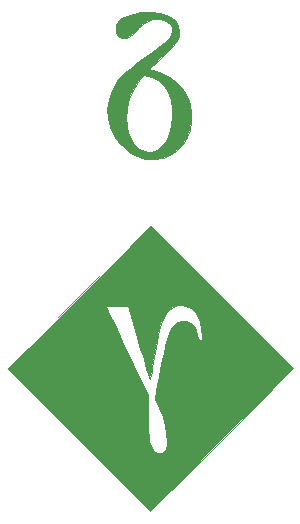
<source format=gbo>
G04 #@! TF.GenerationSoftware,KiCad,Pcbnew,(5.1.9)-1*
G04 #@! TF.CreationDate,2021-03-26T23:35:01-07:00*
G04 #@! TF.ProjectId,mole-diamond-keychain-alt,6d6f6c65-2d64-4696-916d-6f6e642d6b65,A*
G04 #@! TF.SameCoordinates,Original*
G04 #@! TF.FileFunction,Legend,Bot*
G04 #@! TF.FilePolarity,Positive*
%FSLAX46Y46*%
G04 Gerber Fmt 4.6, Leading zero omitted, Abs format (unit mm)*
G04 Created by KiCad (PCBNEW (5.1.9)-1) date 2021-03-26 23:35:01*
%MOMM*%
%LPD*%
G01*
G04 APERTURE LIST*
%ADD10C,0.010000*%
%ADD11C,5.702000*%
G04 APERTURE END LIST*
D10*
G36*
X-6053455Y19388879D02*
G01*
X-12106825Y13335064D01*
X-6053159Y7281397D01*
X508Y1227731D01*
X6053879Y7281545D01*
X12107250Y13335360D01*
X9371281Y16071329D01*
X4360545Y16071329D01*
X4347615Y15837723D01*
X4296512Y15730045D01*
X4200826Y15705879D01*
X4094209Y15743782D01*
X4025243Y15882294D01*
X3981095Y16106058D01*
X3845955Y16635518D01*
X3622517Y17027695D01*
X3315361Y17278088D01*
X2929063Y17382190D01*
X2690243Y17376115D01*
X2374342Y17300237D01*
X2108618Y17138410D01*
X1879769Y16872540D01*
X1674493Y16484532D01*
X1479488Y15956292D01*
X1364060Y15572216D01*
X1260948Y15172056D01*
X1139062Y14640564D01*
X1005673Y14013726D01*
X868047Y13327530D01*
X733456Y12617961D01*
X609167Y11921006D01*
X527405Y11430212D01*
X418611Y10752879D01*
X747295Y9990879D01*
X1047182Y9229745D01*
X1249540Y8544652D01*
X1365694Y7881931D01*
X1406972Y7187914D01*
X1404736Y6875530D01*
X1332942Y6542619D01*
X1158838Y6301966D01*
X918068Y6168594D01*
X646277Y6157526D01*
X379109Y6283784D01*
X264992Y6395175D01*
X134733Y6564822D01*
X33469Y6742455D01*
X-42456Y6951562D01*
X-96703Y7215632D01*
X-132929Y7558152D01*
X-154794Y8002612D01*
X-165955Y8572500D01*
X-169800Y9186545D01*
X-175418Y11091545D01*
X-1601693Y14054879D01*
X-1936170Y14750359D01*
X-2262528Y15429977D01*
X-2569912Y16071057D01*
X-2847468Y16650919D01*
X-3084340Y17146886D01*
X-3269674Y17536281D01*
X-3392616Y17796425D01*
X-3394938Y17801379D01*
X-3761908Y18584545D01*
X-1858579Y18584545D01*
X-1022976Y15684712D01*
X-825858Y15003088D01*
X-639916Y14364748D01*
X-471181Y13790053D01*
X-325687Y13299363D01*
X-209467Y12913039D01*
X-128552Y12651443D01*
X-91574Y12541165D01*
X-55839Y12472362D01*
X-21832Y12471394D01*
X14851Y12555887D01*
X58616Y12743470D01*
X113867Y13051768D01*
X185008Y13498410D01*
X243490Y13882075D01*
X384178Y14748419D01*
X533862Y15550910D01*
X687708Y16268626D01*
X840882Y16880645D01*
X988551Y17366043D01*
X1125879Y17703899D01*
X1127023Y17706146D01*
X1342196Y18031478D01*
X1622447Y18324783D01*
X1919995Y18542337D01*
X2139598Y18632727D01*
X2345157Y18680342D01*
X2466287Y18711960D01*
X2653891Y18713327D01*
X2927301Y18656131D01*
X3221679Y18559133D01*
X3472182Y18441095D01*
X3528923Y18404500D01*
X3788180Y18133318D01*
X4014195Y17731143D01*
X4193722Y17235130D01*
X4313519Y16682433D01*
X4360343Y16110209D01*
X4360545Y16071329D01*
X9371281Y16071329D01*
X-84Y25442694D01*
X-6053455Y19388879D01*
G37*
X-6053455Y19388879D02*
X-12106825Y13335064D01*
X-6053159Y7281397D01*
X508Y1227731D01*
X6053879Y7281545D01*
X12107250Y13335360D01*
X9371281Y16071329D01*
X4360545Y16071329D01*
X4347615Y15837723D01*
X4296512Y15730045D01*
X4200826Y15705879D01*
X4094209Y15743782D01*
X4025243Y15882294D01*
X3981095Y16106058D01*
X3845955Y16635518D01*
X3622517Y17027695D01*
X3315361Y17278088D01*
X2929063Y17382190D01*
X2690243Y17376115D01*
X2374342Y17300237D01*
X2108618Y17138410D01*
X1879769Y16872540D01*
X1674493Y16484532D01*
X1479488Y15956292D01*
X1364060Y15572216D01*
X1260948Y15172056D01*
X1139062Y14640564D01*
X1005673Y14013726D01*
X868047Y13327530D01*
X733456Y12617961D01*
X609167Y11921006D01*
X527405Y11430212D01*
X418611Y10752879D01*
X747295Y9990879D01*
X1047182Y9229745D01*
X1249540Y8544652D01*
X1365694Y7881931D01*
X1406972Y7187914D01*
X1404736Y6875530D01*
X1332942Y6542619D01*
X1158838Y6301966D01*
X918068Y6168594D01*
X646277Y6157526D01*
X379109Y6283784D01*
X264992Y6395175D01*
X134733Y6564822D01*
X33469Y6742455D01*
X-42456Y6951562D01*
X-96703Y7215632D01*
X-132929Y7558152D01*
X-154794Y8002612D01*
X-165955Y8572500D01*
X-169800Y9186545D01*
X-175418Y11091545D01*
X-1601693Y14054879D01*
X-1936170Y14750359D01*
X-2262528Y15429977D01*
X-2569912Y16071057D01*
X-2847468Y16650919D01*
X-3084340Y17146886D01*
X-3269674Y17536281D01*
X-3392616Y17796425D01*
X-3394938Y17801379D01*
X-3761908Y18584545D01*
X-1858579Y18584545D01*
X-1022976Y15684712D01*
X-825858Y15003088D01*
X-639916Y14364748D01*
X-471181Y13790053D01*
X-325687Y13299363D01*
X-209467Y12913039D01*
X-128552Y12651443D01*
X-91574Y12541165D01*
X-55839Y12472362D01*
X-21832Y12471394D01*
X14851Y12555887D01*
X58616Y12743470D01*
X113867Y13051768D01*
X185008Y13498410D01*
X243490Y13882075D01*
X384178Y14748419D01*
X533862Y15550910D01*
X687708Y16268626D01*
X840882Y16880645D01*
X988551Y17366043D01*
X1125879Y17703899D01*
X1127023Y17706146D01*
X1342196Y18031478D01*
X1622447Y18324783D01*
X1919995Y18542337D01*
X2139598Y18632727D01*
X2345157Y18680342D01*
X2466287Y18711960D01*
X2653891Y18713327D01*
X2927301Y18656131D01*
X3221679Y18559133D01*
X3472182Y18441095D01*
X3528923Y18404500D01*
X3788180Y18133318D01*
X4014195Y17731143D01*
X4193722Y17235130D01*
X4313519Y16682433D01*
X4360343Y16110209D01*
X4360545Y16071329D01*
X9371281Y16071329D01*
X-84Y25442694D01*
X-6053455Y19388879D01*
G36*
X-566735Y43503568D02*
G01*
X-787912Y43478425D01*
X-1393267Y43361937D01*
X-1934981Y43187311D01*
X-2379100Y42968369D01*
X-2691670Y42718931D01*
X-2712660Y42694899D01*
X-2875559Y42401606D01*
X-2925361Y42078853D01*
X-2873907Y41765861D01*
X-2733036Y41501852D01*
X-2514590Y41326046D01*
X-2284070Y41275212D01*
X-2109192Y41291665D01*
X-1935653Y41352989D01*
X-1736405Y41477131D01*
X-1484400Y41682041D01*
X-1152588Y41985664D01*
X-1011505Y42119616D01*
X-584470Y42499079D01*
X-218062Y42751886D01*
X121269Y42892107D01*
X467074Y42933814D01*
X835722Y42894337D01*
X1299507Y42749554D01*
X1633296Y42523977D01*
X1828955Y42235923D01*
X1878352Y41903706D01*
X1773356Y41545642D01*
X1567298Y41246671D01*
X1419843Y41108279D01*
X1160493Y40894947D01*
X816656Y40628001D01*
X415745Y40328769D01*
X26307Y40047725D01*
X-686711Y39536583D01*
X-1274319Y39101550D01*
X-1753113Y38726498D01*
X-2139692Y38395301D01*
X-2450653Y38091832D01*
X-2702594Y37799964D01*
X-2912113Y37503571D01*
X-3095807Y37186525D01*
X-3260062Y36854626D01*
X-3523794Y36097337D01*
X-3630151Y35312964D01*
X-3583363Y34525002D01*
X-3387658Y33756946D01*
X-3047267Y33032288D01*
X-2566417Y32374525D01*
X-2426764Y32225334D01*
X-1796684Y31685547D01*
X-1128964Y31307989D01*
X-428720Y31094214D01*
X298933Y31045778D01*
X1048880Y31164236D01*
X1056493Y31166274D01*
X1712188Y31424580D01*
X2277755Y31811210D01*
X2745580Y32306618D01*
X3108048Y32891257D01*
X3357543Y33545583D01*
X3486451Y34250048D01*
X3486801Y34615167D01*
X1871398Y34615167D01*
X1790703Y33878746D01*
X1602796Y33188017D01*
X1513300Y32968748D01*
X1298506Y32589808D01*
X1020472Y32239607D01*
X716305Y31956265D01*
X423115Y31777905D01*
X322716Y31745675D01*
X119776Y31698798D01*
X212Y31668242D01*
X-182934Y31664963D01*
X-445901Y31713705D01*
X-713473Y31798392D01*
X-810484Y31841490D01*
X-994323Y31968395D01*
X-1218783Y32169256D01*
X-1334596Y32289713D01*
X-1627228Y32725514D01*
X-1842116Y33278671D01*
X-1975112Y33914041D01*
X-2022073Y34596477D01*
X-1978854Y35290835D01*
X-1841309Y35961970D01*
X-1787918Y36133281D01*
X-1542482Y36757905D01*
X-1241955Y37303962D01*
X-841315Y37853032D01*
X-833461Y37862762D01*
X-546351Y38217978D01*
X-168081Y38104136D01*
X309446Y37915376D01*
X747347Y37660109D01*
X1090821Y37372313D01*
X1180136Y37268163D01*
X1499249Y36723779D01*
X1722766Y36075165D01*
X1847784Y35359800D01*
X1871398Y34615167D01*
X3486801Y34615167D01*
X3487156Y34985107D01*
X3352043Y35731214D01*
X3100378Y36412426D01*
X2711924Y37045286D01*
X2180519Y37599116D01*
X1517409Y38064869D01*
X733839Y38433499D01*
X475376Y38524313D01*
X-65460Y38700725D01*
X969442Y39670469D01*
X1333154Y40020440D01*
X1666455Y40358054D01*
X1942979Y40655330D01*
X2136356Y40884288D01*
X2202472Y40978879D01*
X2416609Y41472637D01*
X2474082Y41934991D01*
X2386122Y42356554D01*
X2163962Y42727937D01*
X1818832Y43039753D01*
X1361966Y43282612D01*
X804595Y43447126D01*
X157951Y43523908D01*
X-566735Y43503568D01*
G37*
X-566735Y43503568D02*
X-787912Y43478425D01*
X-1393267Y43361937D01*
X-1934981Y43187311D01*
X-2379100Y42968369D01*
X-2691670Y42718931D01*
X-2712660Y42694899D01*
X-2875559Y42401606D01*
X-2925361Y42078853D01*
X-2873907Y41765861D01*
X-2733036Y41501852D01*
X-2514590Y41326046D01*
X-2284070Y41275212D01*
X-2109192Y41291665D01*
X-1935653Y41352989D01*
X-1736405Y41477131D01*
X-1484400Y41682041D01*
X-1152588Y41985664D01*
X-1011505Y42119616D01*
X-584470Y42499079D01*
X-218062Y42751886D01*
X121269Y42892107D01*
X467074Y42933814D01*
X835722Y42894337D01*
X1299507Y42749554D01*
X1633296Y42523977D01*
X1828955Y42235923D01*
X1878352Y41903706D01*
X1773356Y41545642D01*
X1567298Y41246671D01*
X1419843Y41108279D01*
X1160493Y40894947D01*
X816656Y40628001D01*
X415745Y40328769D01*
X26307Y40047725D01*
X-686711Y39536583D01*
X-1274319Y39101550D01*
X-1753113Y38726498D01*
X-2139692Y38395301D01*
X-2450653Y38091832D01*
X-2702594Y37799964D01*
X-2912113Y37503571D01*
X-3095807Y37186525D01*
X-3260062Y36854626D01*
X-3523794Y36097337D01*
X-3630151Y35312964D01*
X-3583363Y34525002D01*
X-3387658Y33756946D01*
X-3047267Y33032288D01*
X-2566417Y32374525D01*
X-2426764Y32225334D01*
X-1796684Y31685547D01*
X-1128964Y31307989D01*
X-428720Y31094214D01*
X298933Y31045778D01*
X1048880Y31164236D01*
X1056493Y31166274D01*
X1712188Y31424580D01*
X2277755Y31811210D01*
X2745580Y32306618D01*
X3108048Y32891257D01*
X3357543Y33545583D01*
X3486451Y34250048D01*
X3486801Y34615167D01*
X1871398Y34615167D01*
X1790703Y33878746D01*
X1602796Y33188017D01*
X1513300Y32968748D01*
X1298506Y32589808D01*
X1020472Y32239607D01*
X716305Y31956265D01*
X423115Y31777905D01*
X322716Y31745675D01*
X119776Y31698798D01*
X212Y31668242D01*
X-182934Y31664963D01*
X-445901Y31713705D01*
X-713473Y31798392D01*
X-810484Y31841490D01*
X-994323Y31968395D01*
X-1218783Y32169256D01*
X-1334596Y32289713D01*
X-1627228Y32725514D01*
X-1842116Y33278671D01*
X-1975112Y33914041D01*
X-2022073Y34596477D01*
X-1978854Y35290835D01*
X-1841309Y35961970D01*
X-1787918Y36133281D01*
X-1542482Y36757905D01*
X-1241955Y37303962D01*
X-841315Y37853032D01*
X-833461Y37862762D01*
X-546351Y38217978D01*
X-168081Y38104136D01*
X309446Y37915376D01*
X747347Y37660109D01*
X1090821Y37372313D01*
X1180136Y37268163D01*
X1499249Y36723779D01*
X1722766Y36075165D01*
X1847784Y35359800D01*
X1871398Y34615167D01*
X3486801Y34615167D01*
X3487156Y34985107D01*
X3352043Y35731214D01*
X3100378Y36412426D01*
X2711924Y37045286D01*
X2180519Y37599116D01*
X1517409Y38064869D01*
X733839Y38433499D01*
X475376Y38524313D01*
X-65460Y38700725D01*
X969442Y39670469D01*
X1333154Y40020440D01*
X1666455Y40358054D01*
X1942979Y40655330D01*
X2136356Y40884288D01*
X2202472Y40978879D01*
X2416609Y41472637D01*
X2474082Y41934991D01*
X2386122Y42356554D01*
X2163962Y42727937D01*
X1818832Y43039753D01*
X1361966Y43282612D01*
X804595Y43447126D01*
X157951Y43523908D01*
X-566735Y43503568D01*
%LPC*%
G36*
X-18118529Y31453657D02*
G01*
X-24172269Y25399916D01*
X-18139474Y19367564D01*
X-12106679Y13335211D01*
X-6053381Y19388952D01*
X-84Y25442693D01*
X-12064788Y37507397D01*
X-18118529Y31453657D01*
G37*
X-18118529Y31453657D02*
X-24172269Y25399916D01*
X-18139474Y19367564D01*
X-12106679Y13335211D01*
X-6053381Y19388952D01*
X-84Y25442693D01*
X-12064788Y37507397D01*
X-18118529Y31453657D01*
G36*
X14573621Y30819293D02*
G01*
X14423742Y30780703D01*
X14246932Y30740060D01*
X13970166Y30615233D01*
X13672240Y30379463D01*
X13400936Y30076475D01*
X13234356Y29813479D01*
X13097140Y29477009D01*
X12949541Y28992813D01*
X12796394Y28381813D01*
X12642532Y27664933D01*
X12492791Y26863094D01*
X12352003Y25997218D01*
X12350823Y25989408D01*
X12266630Y25440659D01*
X12201266Y25042013D01*
X12150327Y24775845D01*
X12109408Y24624527D01*
X12074104Y24570431D01*
X12040011Y24595931D01*
X12015760Y24648498D01*
X11970463Y24785039D01*
X11884613Y25064018D01*
X11764242Y25465075D01*
X11615382Y25967849D01*
X11444067Y26551978D01*
X11256329Y27197103D01*
X11084357Y27792045D01*
X10248754Y30691879D01*
X8345425Y30691879D01*
X8712395Y29908712D01*
X8833526Y29652322D01*
X9017339Y29266077D01*
X9252979Y28772655D01*
X9529591Y28194734D01*
X9836321Y27554991D01*
X10162314Y26876106D01*
X10496716Y26180754D01*
X10505640Y26162212D01*
X11931915Y23198879D01*
X11937533Y21293879D01*
X11942374Y20596180D01*
X11954745Y20044281D01*
X11978304Y19614695D01*
X12016710Y19283933D01*
X12073622Y19028505D01*
X12152699Y18824924D01*
X12257598Y18649702D01*
X12372326Y18502508D01*
X12634150Y18294354D01*
X12917341Y18249428D01*
X13198930Y18368943D01*
X13296727Y18453697D01*
X13471737Y18731241D01*
X13512069Y18982864D01*
X13498750Y19705888D01*
X13415290Y20375170D01*
X13250364Y21044376D01*
X12992647Y21767177D01*
X12854628Y22098212D01*
X12525944Y22860212D01*
X12634739Y23537545D01*
X12746591Y24201605D01*
X12874175Y24905155D01*
X13010222Y25612209D01*
X13147462Y26286781D01*
X13278627Y26892883D01*
X13396446Y27394529D01*
X13471393Y27679550D01*
X13666575Y28298857D01*
X13864191Y28767274D01*
X14077545Y29102895D01*
X14319939Y29323815D01*
X14604675Y29448128D01*
X14797577Y29483448D01*
X15224535Y29459864D01*
X15574813Y29287569D01*
X15843833Y28971067D01*
X16027018Y28514861D01*
X16088428Y28213392D01*
X16141479Y27960505D01*
X16214870Y27839751D01*
X16308159Y27813212D01*
X16410257Y27842798D01*
X16457317Y27959725D01*
X16467879Y28178662D01*
X16426525Y28750865D01*
X16311293Y29306079D01*
X16135426Y29807148D01*
X15912166Y30216918D01*
X15654758Y30498234D01*
X15636256Y30511833D01*
X15411468Y30632520D01*
X15123415Y30737777D01*
X14836938Y30808842D01*
X14616878Y30826955D01*
X14573621Y30819293D01*
G37*
X14573621Y30819293D02*
X14423742Y30780703D01*
X14246932Y30740060D01*
X13970166Y30615233D01*
X13672240Y30379463D01*
X13400936Y30076475D01*
X13234356Y29813479D01*
X13097140Y29477009D01*
X12949541Y28992813D01*
X12796394Y28381813D01*
X12642532Y27664933D01*
X12492791Y26863094D01*
X12352003Y25997218D01*
X12350823Y25989408D01*
X12266630Y25440659D01*
X12201266Y25042013D01*
X12150327Y24775845D01*
X12109408Y24624527D01*
X12074104Y24570431D01*
X12040011Y24595931D01*
X12015760Y24648498D01*
X11970463Y24785039D01*
X11884613Y25064018D01*
X11764242Y25465075D01*
X11615382Y25967849D01*
X11444067Y26551978D01*
X11256329Y27197103D01*
X11084357Y27792045D01*
X10248754Y30691879D01*
X8345425Y30691879D01*
X8712395Y29908712D01*
X8833526Y29652322D01*
X9017339Y29266077D01*
X9252979Y28772655D01*
X9529591Y28194734D01*
X9836321Y27554991D01*
X10162314Y26876106D01*
X10496716Y26180754D01*
X10505640Y26162212D01*
X11931915Y23198879D01*
X11937533Y21293879D01*
X11942374Y20596180D01*
X11954745Y20044281D01*
X11978304Y19614695D01*
X12016710Y19283933D01*
X12073622Y19028505D01*
X12152699Y18824924D01*
X12257598Y18649702D01*
X12372326Y18502508D01*
X12634150Y18294354D01*
X12917341Y18249428D01*
X13198930Y18368943D01*
X13296727Y18453697D01*
X13471737Y18731241D01*
X13512069Y18982864D01*
X13498750Y19705888D01*
X13415290Y20375170D01*
X13250364Y21044376D01*
X12992647Y21767177D01*
X12854628Y22098212D01*
X12525944Y22860212D01*
X12634739Y23537545D01*
X12746591Y24201605D01*
X12874175Y24905155D01*
X13010222Y25612209D01*
X13147462Y26286781D01*
X13278627Y26892883D01*
X13396446Y27394529D01*
X13471393Y27679550D01*
X13666575Y28298857D01*
X13864191Y28767274D01*
X14077545Y29102895D01*
X14319939Y29323815D01*
X14604675Y29448128D01*
X14797577Y29483448D01*
X15224535Y29459864D01*
X15574813Y29287569D01*
X15843833Y28971067D01*
X16027018Y28514861D01*
X16088428Y28213392D01*
X16141479Y27960505D01*
X16214870Y27839751D01*
X16308159Y27813212D01*
X16410257Y27842798D01*
X16457317Y27959725D01*
X16467879Y28178662D01*
X16426525Y28750865D01*
X16311293Y29306079D01*
X16135426Y29807148D01*
X15912166Y30216918D01*
X15654758Y30498234D01*
X15636256Y30511833D01*
X15411468Y30632520D01*
X15123415Y30737777D01*
X14836938Y30808842D01*
X14616878Y30826955D01*
X14573621Y30819293D01*
D11*
X-5Y53340005D03*
M02*

</source>
